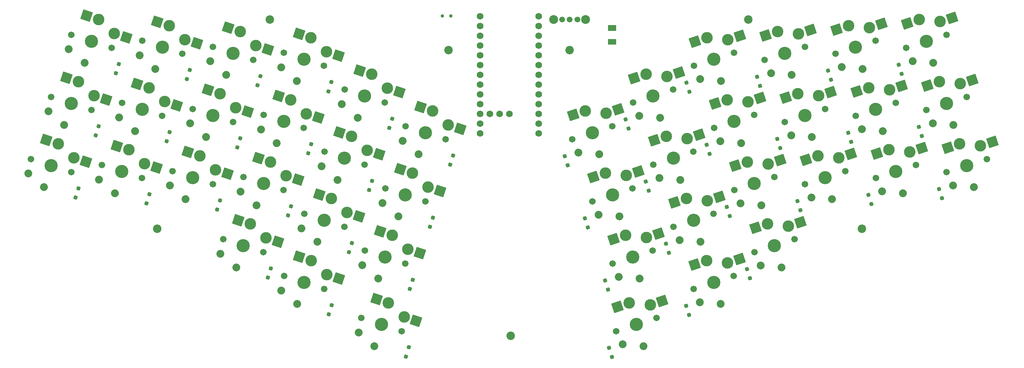
<source format=gbs>
G04 #@! TF.GenerationSoftware,KiCad,Pcbnew,8.0.4*
G04 #@! TF.CreationDate,2024-08-25T22:46:29+07:00*
G04 #@! TF.ProjectId,ozprey,6f7a7072-6579-42e6-9b69-6361645f7063,1.0*
G04 #@! TF.SameCoordinates,Original*
G04 #@! TF.FileFunction,Soldermask,Bot*
G04 #@! TF.FilePolarity,Negative*
%FSLAX46Y46*%
G04 Gerber Fmt 4.6, Leading zero omitted, Abs format (unit mm)*
G04 Created by KiCad (PCBNEW 8.0.4) date 2024-08-25 22:46:29*
%MOMM*%
%LPD*%
G01*
G04 APERTURE LIST*
G04 Aperture macros list*
%AMRoundRect*
0 Rectangle with rounded corners*
0 $1 Rounding radius*
0 $2 $3 $4 $5 $6 $7 $8 $9 X,Y pos of 4 corners*
0 Add a 4 corners polygon primitive as box body*
4,1,4,$2,$3,$4,$5,$6,$7,$8,$9,$2,$3,0*
0 Add four circle primitives for the rounded corners*
1,1,$1+$1,$2,$3*
1,1,$1+$1,$4,$5*
1,1,$1+$1,$6,$7*
1,1,$1+$1,$8,$9*
0 Add four rect primitives between the rounded corners*
20,1,$1+$1,$2,$3,$4,$5,0*
20,1,$1+$1,$4,$5,$6,$7,0*
20,1,$1+$1,$6,$7,$8,$9,0*
20,1,$1+$1,$8,$9,$2,$3,0*%
%AMRotRect*
0 Rectangle, with rotation*
0 The origin of the aperture is its center*
0 $1 length*
0 $2 width*
0 $3 Rotation angle, in degrees counterclockwise*
0 Add horizontal line*
21,1,$1,$2,0,0,$3*%
G04 Aperture macros list end*
%ADD10C,0.100000*%
%ADD11C,1.752600*%
%ADD12C,1.701800*%
%ADD13C,3.000000*%
%ADD14C,3.429000*%
%ADD15RotRect,2.600000X2.600000X18.000000*%
%ADD16C,2.032000*%
%ADD17RotRect,2.600000X2.600000X342.000000*%
%ADD18C,1.512000*%
%ADD19C,2.304000*%
%ADD20C,2.200000*%
%ADD21C,0.900000*%
%ADD22RoundRect,0.250000X0.160510X-0.315018X0.315018X0.160510X-0.160510X0.315018X-0.315018X-0.160510X0*%
%ADD23RoundRect,0.250000X0.315018X-0.160510X0.160510X0.315018X-0.315018X0.160510X-0.160510X-0.315018X0*%
G04 APERTURE END LIST*
D10*
G04 #@! TO.C,BATT1*
X176215469Y-58277832D02*
X174215469Y-58277832D01*
X174215469Y-56877832D01*
X176215469Y-56877832D01*
X176215469Y-58277832D01*
G36*
X176215469Y-58277832D02*
G01*
X174215469Y-58277832D01*
X174215469Y-56877832D01*
X176215469Y-56877832D01*
X176215469Y-58277832D01*
G37*
X176215469Y-61876390D02*
X174215469Y-61876390D01*
X174215469Y-60476390D01*
X176215469Y-60476390D01*
X176215469Y-61876390D01*
G36*
X176215469Y-61876390D02*
G01*
X174215469Y-61876390D01*
X174215469Y-60476390D01*
X176215469Y-60476390D01*
X176215469Y-61876390D01*
G37*
G04 #@! TD*
D11*
G04 #@! TO.C,U1*
X140881074Y-57129672D03*
X140881074Y-59669672D03*
X140881074Y-62209672D03*
X140881074Y-64749672D03*
X140881074Y-67289672D03*
X140881074Y-69829672D03*
X140881074Y-72369672D03*
X140881074Y-74909672D03*
X140881074Y-77449672D03*
X140881074Y-79989672D03*
X140881074Y-82529672D03*
X140881074Y-85069672D03*
X156121074Y-85069672D03*
X156121074Y-82529672D03*
X156121074Y-79989672D03*
X156121074Y-77449672D03*
X156121074Y-74909672D03*
X156121074Y-72369672D03*
X156121074Y-69829672D03*
X156121074Y-67289672D03*
X156121074Y-64749672D03*
X156121074Y-62209672D03*
X156121074Y-59669672D03*
X156121074Y-57129672D03*
X140881074Y-54589672D03*
X143421074Y-79989672D03*
X145961074Y-79989672D03*
X148501074Y-79989672D03*
X156121074Y-54589672D03*
G04 #@! TD*
D12*
G04 #@! TO.C,SW40*
X251759163Y-62779365D03*
D13*
X255151323Y-55420986D03*
D14*
X256989974Y-61079772D03*
D13*
X260586443Y-55968225D03*
D12*
X262220785Y-59380179D03*
D15*
X252036613Y-56433016D03*
D16*
X258813174Y-66691004D03*
X253408956Y-66238872D03*
D15*
X263701153Y-54956194D03*
G04 #@! TD*
D12*
G04 #@! TO.C,SW37*
X233342263Y-64347265D03*
D13*
X236734423Y-56988886D03*
D14*
X238573074Y-62647672D03*
D13*
X242169543Y-57536125D03*
D12*
X243803885Y-60948079D03*
D15*
X233619713Y-58000916D03*
D16*
X240396274Y-68258904D03*
X234992056Y-67806772D03*
D15*
X245284253Y-56524094D03*
G04 #@! TD*
D12*
G04 #@! TO.C,SW34*
X214925463Y-65915165D03*
D13*
X218317623Y-58556786D03*
D14*
X220156274Y-64215572D03*
D13*
X223752743Y-59104025D03*
D12*
X225387085Y-62515979D03*
D15*
X215202913Y-59568816D03*
D16*
X221979474Y-69826804D03*
X216575256Y-69374672D03*
D15*
X226867453Y-58091994D03*
G04 #@! TD*
D12*
G04 #@! TO.C,SW30*
X196508563Y-67483065D03*
D13*
X199900723Y-60124686D03*
D14*
X201739374Y-65783472D03*
D13*
X205335843Y-60671925D03*
D12*
X206970185Y-64083879D03*
D15*
X196786013Y-61136716D03*
D16*
X203562574Y-71394704D03*
X198158356Y-70942572D03*
D15*
X208450553Y-59659894D03*
G04 #@! TD*
D12*
G04 #@! TO.C,SW26*
X180687363Y-77039765D03*
D13*
X184079523Y-69681386D03*
D14*
X185918174Y-75340172D03*
D13*
X189514643Y-70228625D03*
D12*
X191148985Y-73640579D03*
D15*
X180964813Y-70693416D03*
D16*
X187741374Y-80951404D03*
X182337156Y-80499272D03*
D15*
X192629353Y-69216594D03*
G04 #@! TD*
D12*
G04 #@! TO.C,SW22*
X164866263Y-86596465D03*
D13*
X168258423Y-79238086D03*
D14*
X170097074Y-84896872D03*
D13*
X173693543Y-79785325D03*
D12*
X175327885Y-83197279D03*
D15*
X165143713Y-80250116D03*
D16*
X171920274Y-90508104D03*
X166516056Y-90055972D03*
D15*
X176808253Y-78773294D03*
G04 #@! TD*
D12*
G04 #@! TO.C,SW18*
X121492663Y-83197279D03*
D13*
X128562125Y-79238086D03*
D14*
X126723474Y-84896872D03*
D13*
X132637570Y-82875495D03*
D12*
X131954285Y-86596465D03*
D17*
X125447415Y-78226055D03*
D16*
X124900274Y-90508104D03*
X120793927Y-86965802D03*
D17*
X135752280Y-83887526D03*
G04 #@! TD*
D12*
G04 #@! TO.C,SW14*
X105671463Y-73640579D03*
D13*
X112740925Y-69681386D03*
D14*
X110902274Y-75340172D03*
D13*
X116816370Y-73318795D03*
D12*
X116133085Y-77039765D03*
D17*
X109626215Y-68669355D03*
D16*
X109079074Y-80951404D03*
X104972727Y-77409102D03*
D17*
X119931080Y-74330826D03*
G04 #@! TD*
D12*
G04 #@! TO.C,SW10*
X89850363Y-64083879D03*
D13*
X96919825Y-60124686D03*
D14*
X95081174Y-65783472D03*
D13*
X100995270Y-63762095D03*
D12*
X100311985Y-67483065D03*
D17*
X93805115Y-59112655D03*
D16*
X93257974Y-71394704D03*
X89151627Y-67852402D03*
D17*
X104109980Y-64774126D03*
G04 #@! TD*
D12*
G04 #@! TO.C,SW7*
X71433463Y-62515979D03*
D13*
X78502925Y-58556786D03*
D14*
X76664274Y-64215572D03*
D13*
X82578370Y-62194195D03*
D12*
X81895085Y-65915165D03*
D17*
X75388215Y-57544755D03*
D16*
X74841074Y-69826804D03*
X70734727Y-66284502D03*
D17*
X85693080Y-63206226D03*
G04 #@! TD*
D12*
G04 #@! TO.C,SW4*
X53016563Y-60948079D03*
D13*
X60086025Y-56988886D03*
D14*
X58247374Y-62647672D03*
D13*
X64161470Y-60626295D03*
D12*
X63478185Y-64347265D03*
D17*
X56971315Y-55976855D03*
D16*
X56424174Y-68258904D03*
X52317827Y-64716602D03*
D17*
X67276180Y-61638326D03*
G04 #@! TD*
D12*
G04 #@! TO.C,SW1*
X34599663Y-59380179D03*
D13*
X41669125Y-55420986D03*
D14*
X39830474Y-61079772D03*
D13*
X45744570Y-59058395D03*
D12*
X45061285Y-62779365D03*
D17*
X38554415Y-54408955D03*
D16*
X38007274Y-66691004D03*
X33900927Y-63148702D03*
D17*
X48859280Y-60070426D03*
G04 #@! TD*
D12*
G04 #@! TO.C,SW41*
X257012463Y-78947365D03*
D13*
X260404623Y-71588986D03*
D14*
X262243274Y-77247772D03*
D13*
X265839743Y-72136225D03*
D12*
X267474085Y-75548179D03*
D15*
X257289913Y-72601016D03*
D16*
X264066474Y-82859004D03*
X258662256Y-82406872D03*
D15*
X268954453Y-71124194D03*
G04 #@! TD*
D12*
G04 #@! TO.C,SW38*
X238595563Y-80515265D03*
D13*
X241987723Y-73156886D03*
D14*
X243826374Y-78815672D03*
D13*
X247422843Y-73704125D03*
D12*
X249057185Y-77116079D03*
D15*
X238873013Y-74168916D03*
D16*
X245649574Y-84426904D03*
X240245356Y-83974772D03*
D15*
X250537553Y-72692094D03*
G04 #@! TD*
D12*
G04 #@! TO.C,SW35*
X220178663Y-82083065D03*
D13*
X223570823Y-74724686D03*
D14*
X225409474Y-80383472D03*
D13*
X229005943Y-75271925D03*
D12*
X230640285Y-78683879D03*
D15*
X220456113Y-75736716D03*
D16*
X227232674Y-85994704D03*
X221828456Y-85542572D03*
D15*
X232120653Y-74259894D03*
G04 #@! TD*
D12*
G04 #@! TO.C,SW31*
X201761863Y-83650965D03*
D13*
X205154023Y-76292586D03*
D14*
X206992674Y-81951372D03*
D13*
X210589143Y-76839825D03*
D12*
X212223485Y-80251779D03*
D15*
X202039313Y-77304616D03*
D16*
X208815874Y-87562604D03*
X203411656Y-87110472D03*
D15*
X213703853Y-75827794D03*
G04 #@! TD*
D12*
G04 #@! TO.C,SW27*
X185940663Y-93207765D03*
D13*
X189332823Y-85849386D03*
D14*
X191171474Y-91508172D03*
D13*
X194767943Y-86396625D03*
D12*
X196402285Y-89808579D03*
D15*
X186218113Y-86861416D03*
D16*
X192994674Y-97119404D03*
X187590456Y-96667272D03*
D15*
X197882653Y-85384594D03*
G04 #@! TD*
D12*
G04 #@! TO.C,SW23*
X170119563Y-102764465D03*
D13*
X173511723Y-95406086D03*
D14*
X175350374Y-101064872D03*
D13*
X178946843Y-95953325D03*
D12*
X180581185Y-99365279D03*
D15*
X170397013Y-96418116D03*
D16*
X177173574Y-106676104D03*
X171769356Y-106223972D03*
D15*
X182061553Y-94941294D03*
G04 #@! TD*
D12*
G04 #@! TO.C,SW19*
X116239363Y-99365279D03*
D13*
X123308825Y-95406086D03*
D14*
X121470174Y-101064872D03*
D13*
X127384270Y-99043495D03*
D12*
X126700985Y-102764465D03*
D17*
X120194115Y-94394055D03*
D16*
X119646974Y-106676104D03*
X115540627Y-103133802D03*
D17*
X130498980Y-100055526D03*
G04 #@! TD*
D12*
G04 #@! TO.C,SW15*
X100418163Y-89808579D03*
D13*
X107487625Y-85849386D03*
D14*
X105648974Y-91508172D03*
D13*
X111563070Y-89486795D03*
D12*
X110879785Y-93207765D03*
D17*
X104372915Y-84837355D03*
D16*
X103825774Y-97119404D03*
X99719427Y-93577102D03*
D17*
X114677780Y-90498826D03*
G04 #@! TD*
D12*
G04 #@! TO.C,SW11*
X84597063Y-80251779D03*
D13*
X91666525Y-76292586D03*
D14*
X89827874Y-81951372D03*
D13*
X95741970Y-79929995D03*
D12*
X95058685Y-83650965D03*
D17*
X88551815Y-75280555D03*
D16*
X88004674Y-87562604D03*
X83898327Y-84020302D03*
D17*
X98856680Y-80942026D03*
G04 #@! TD*
D12*
G04 #@! TO.C,SW8*
X66180163Y-78683879D03*
D13*
X73249625Y-74724686D03*
D14*
X71410974Y-80383472D03*
D13*
X77325070Y-78362095D03*
D12*
X76641785Y-82083065D03*
D17*
X70134915Y-73712655D03*
D16*
X69587774Y-85994704D03*
X65481427Y-82452402D03*
D17*
X80439780Y-79374126D03*
G04 #@! TD*
D12*
G04 #@! TO.C,SW5*
X47763263Y-77116079D03*
D13*
X54832725Y-73156886D03*
D14*
X52994074Y-78815672D03*
D13*
X58908170Y-76794295D03*
D12*
X58224885Y-80515265D03*
D17*
X51718015Y-72144855D03*
D16*
X51170874Y-84426904D03*
X47064527Y-80884602D03*
D17*
X62022880Y-77806326D03*
G04 #@! TD*
D12*
G04 #@! TO.C,SW2*
X29346363Y-75548179D03*
D13*
X36415825Y-71588986D03*
D14*
X34577174Y-77247772D03*
D13*
X40491270Y-75226395D03*
D12*
X39807985Y-78947365D03*
D17*
X33301115Y-70576955D03*
D16*
X32753974Y-82859004D03*
X28647627Y-79316702D03*
D17*
X43605980Y-76238426D03*
G04 #@! TD*
D12*
G04 #@! TO.C,SW42*
X262265763Y-95115365D03*
D13*
X265657923Y-87756986D03*
D14*
X267496574Y-93415772D03*
D13*
X271093043Y-88304225D03*
D12*
X272727385Y-91716179D03*
D15*
X262543213Y-88769016D03*
D16*
X269319774Y-99027004D03*
X263915556Y-98574872D03*
D15*
X274207753Y-87292194D03*
G04 #@! TD*
D12*
G04 #@! TO.C,SW39*
X243848863Y-96683165D03*
D13*
X247241023Y-89324786D03*
D14*
X249079674Y-94983572D03*
D13*
X252676143Y-89872025D03*
D12*
X254310485Y-93283979D03*
D15*
X244126313Y-90336816D03*
D16*
X250902874Y-100594804D03*
X245498656Y-100142672D03*
D15*
X255790853Y-88859994D03*
G04 #@! TD*
D12*
G04 #@! TO.C,SW36*
X225431963Y-98251065D03*
D13*
X228824123Y-90892686D03*
D14*
X230662774Y-96551472D03*
D13*
X234259243Y-91439925D03*
D12*
X235893585Y-94851879D03*
D15*
X225709413Y-91904716D03*
D16*
X232485974Y-102162704D03*
X227081756Y-101710572D03*
D15*
X237373953Y-90427894D03*
G04 #@! TD*
D12*
G04 #@! TO.C,SW32*
X207015063Y-99818965D03*
D13*
X210407223Y-92460586D03*
D14*
X212245874Y-98119372D03*
D13*
X215842343Y-93007825D03*
D12*
X217476685Y-96419779D03*
D15*
X207292513Y-93472616D03*
D16*
X214069074Y-103730604D03*
X208664856Y-103278472D03*
D15*
X218957053Y-91995794D03*
G04 #@! TD*
D12*
G04 #@! TO.C,SW28*
X191193963Y-109375665D03*
D13*
X194586123Y-102017286D03*
D14*
X196424774Y-107676072D03*
D13*
X200021243Y-102564525D03*
D12*
X201655585Y-105976479D03*
D15*
X191471413Y-103029316D03*
D16*
X198247974Y-113287304D03*
X192843756Y-112835172D03*
D15*
X203135953Y-101552494D03*
G04 #@! TD*
D12*
G04 #@! TO.C,SW24*
X175372863Y-118932465D03*
D13*
X178765023Y-111574086D03*
D14*
X180603674Y-117232872D03*
D13*
X184200143Y-112121325D03*
D12*
X185834485Y-115533279D03*
D15*
X175650313Y-112586116D03*
D16*
X182426874Y-122844104D03*
X177022656Y-122391972D03*
D15*
X187314853Y-111109294D03*
G04 #@! TD*
D12*
G04 #@! TO.C,SW20*
X110986063Y-115533279D03*
D13*
X118055525Y-111574086D03*
D14*
X116216874Y-117232872D03*
D13*
X122130970Y-115211495D03*
D12*
X121447685Y-118932465D03*
D17*
X114940815Y-110562055D03*
D16*
X114393674Y-122844104D03*
X110287327Y-119301802D03*
D17*
X125245680Y-116223526D03*
G04 #@! TD*
D12*
G04 #@! TO.C,SW16*
X95164863Y-105976479D03*
D13*
X102234325Y-102017286D03*
D14*
X100395674Y-107676072D03*
D13*
X106309770Y-105654695D03*
D12*
X105626485Y-109375665D03*
D17*
X99119615Y-101005255D03*
D16*
X98572474Y-113287304D03*
X94466127Y-109745002D03*
D17*
X109424480Y-106666726D03*
G04 #@! TD*
D12*
G04 #@! TO.C,SW12*
X79343763Y-96419779D03*
D13*
X86413225Y-92460586D03*
D14*
X84574574Y-98119372D03*
D13*
X90488670Y-96097995D03*
D12*
X89805385Y-99818965D03*
D17*
X83298515Y-91448555D03*
D16*
X82751374Y-103730604D03*
X78645027Y-100188302D03*
D17*
X93603380Y-97110026D03*
G04 #@! TD*
D12*
G04 #@! TO.C,SW9*
X60926863Y-94851879D03*
D13*
X67996325Y-90892686D03*
D14*
X66157674Y-96551472D03*
D13*
X72071770Y-94530095D03*
D12*
X71388485Y-98251065D03*
D17*
X64881615Y-89880655D03*
D16*
X64334474Y-102162704D03*
X60228127Y-98620402D03*
D17*
X75186480Y-95542126D03*
G04 #@! TD*
D12*
G04 #@! TO.C,SW6*
X42509963Y-93283979D03*
D13*
X49579425Y-89324786D03*
D14*
X47740774Y-94983572D03*
D13*
X53654870Y-92962195D03*
D12*
X52971585Y-96683165D03*
D17*
X46464715Y-88312755D03*
D16*
X45917574Y-100594804D03*
X41811227Y-97052502D03*
D17*
X56769580Y-93974226D03*
G04 #@! TD*
D12*
G04 #@! TO.C,SW3*
X24093063Y-91716179D03*
D13*
X31162525Y-87756986D03*
D14*
X29323874Y-93415772D03*
D13*
X35237970Y-91394395D03*
D12*
X34554685Y-95115365D03*
D17*
X28047815Y-86744955D03*
D16*
X27500674Y-99027004D03*
X23394327Y-95484702D03*
D17*
X38352680Y-92406426D03*
G04 #@! TD*
D12*
G04 #@! TO.C,SW33*
X212268363Y-115986865D03*
D13*
X215660523Y-108628486D03*
D14*
X217499174Y-114287272D03*
D13*
X221095643Y-109175725D03*
D12*
X222729985Y-112587679D03*
D15*
X212545813Y-109640516D03*
D16*
X219322374Y-119898504D03*
X213918156Y-119446372D03*
D15*
X224210353Y-108163694D03*
G04 #@! TD*
D12*
G04 #@! TO.C,SW29*
X196447263Y-125543665D03*
D13*
X199839423Y-118185286D03*
D14*
X201678074Y-123844072D03*
D13*
X205274543Y-118732525D03*
D12*
X206908885Y-122144479D03*
D15*
X196724713Y-119197316D03*
D16*
X203501274Y-129455304D03*
X198097056Y-129003172D03*
D15*
X208389253Y-117720494D03*
G04 #@! TD*
D12*
G04 #@! TO.C,SW21*
X110012563Y-133091779D03*
D13*
X117082025Y-129132586D03*
D14*
X115243374Y-134791372D03*
D13*
X121157470Y-132769995D03*
D12*
X120474185Y-136490965D03*
D17*
X113967315Y-128120555D03*
D16*
X113420174Y-140402604D03*
X109313827Y-136860302D03*
D17*
X124272180Y-133782026D03*
G04 #@! TD*
D12*
G04 #@! TO.C,SW17*
X89911663Y-122144479D03*
D13*
X96981125Y-118185286D03*
D14*
X95142474Y-123844072D03*
D13*
X101056570Y-121822695D03*
D12*
X100373285Y-125543665D03*
D17*
X93866415Y-117173255D03*
D16*
X93319274Y-129455304D03*
X89212927Y-125913002D03*
D17*
X104171280Y-122834726D03*
G04 #@! TD*
D12*
G04 #@! TO.C,SW25*
X176346363Y-136490965D03*
D13*
X179738523Y-129132586D03*
D14*
X181577174Y-134791372D03*
D13*
X185173643Y-129679825D03*
D12*
X186807985Y-133091779D03*
D15*
X176623813Y-130144616D03*
D16*
X183400374Y-140402604D03*
X177996156Y-139950472D03*
D15*
X188288353Y-128667794D03*
G04 #@! TD*
D12*
G04 #@! TO.C,SW13*
X74090463Y-112587679D03*
D13*
X81159925Y-108628486D03*
D14*
X79321274Y-114287272D03*
D13*
X85235370Y-112265895D03*
D12*
X84552085Y-115986865D03*
D17*
X78045215Y-107616455D03*
D16*
X77498074Y-119898504D03*
X73391727Y-116356202D03*
D17*
X88350080Y-113277926D03*
G04 #@! TD*
D18*
G04 #@! TO.C,SW43*
X166215469Y-55377832D03*
X162215469Y-55377832D03*
X164215469Y-55377832D03*
D19*
X168365469Y-55377832D03*
X160065469Y-55377832D03*
G04 #@! TD*
D20*
G04 #@! TO.C,H_M2_7*
X148894174Y-137724072D03*
G04 #@! TD*
G04 #@! TO.C,H_M2_4*
X164215469Y-63377832D03*
G04 #@! TD*
G04 #@! TO.C,H_M2_3*
X132715469Y-63377832D03*
G04 #@! TD*
G04 #@! TO.C,H_M2_5*
X210715469Y-55377832D03*
G04 #@! TD*
G04 #@! TO.C,H_M2_1*
X86215469Y-55377832D03*
G04 #@! TD*
D21*
G04 #@! TO.C,SW_RST1*
X133312848Y-54517753D03*
X131112848Y-54517753D03*
G04 #@! TD*
D20*
G04 #@! TO.C,H_M2_2*
X56894174Y-109877832D03*
G04 #@! TD*
G04 #@! TO.C,H_M2_6*
X240215469Y-109877832D03*
G04 #@! TD*
D22*
G04 #@! TO.C,D11*
X96201903Y-90256293D03*
X96974445Y-87878651D03*
G04 #@! TD*
D23*
G04 #@! TO.C,D39*
X242684945Y-103441893D03*
X241912403Y-101064251D03*
G04 #@! TD*
D22*
G04 #@! TO.C,D12*
X90948603Y-106424193D03*
X91721145Y-104046551D03*
G04 #@! TD*
G04 #@! TO.C,D10*
X101455103Y-74088293D03*
X102227645Y-71710651D03*
G04 #@! TD*
D23*
G04 #@! TO.C,D26*
X179523445Y-83798493D03*
X178750903Y-81420851D03*
G04 #@! TD*
G04 #@! TO.C,D24*
X174208845Y-125691093D03*
X173436303Y-123313451D03*
G04 #@! TD*
D22*
G04 #@! TO.C,D4*
X64621403Y-70952593D03*
X65393945Y-68574951D03*
G04 #@! TD*
D23*
G04 #@! TO.C,D25*
X175182345Y-143249593D03*
X174409803Y-140871951D03*
G04 #@! TD*
D22*
G04 #@! TO.C,D16*
X106769703Y-115980993D03*
X107542245Y-113603351D03*
G04 #@! TD*
G04 #@! TO.C,D17*
X101516403Y-132148893D03*
X102288945Y-129771251D03*
G04 #@! TD*
G04 #@! TO.C,D14*
X117276303Y-83644993D03*
X118048845Y-81267351D03*
G04 #@! TD*
D23*
G04 #@! TO.C,D32*
X205851145Y-106577593D03*
X205078603Y-104199951D03*
G04 #@! TD*
G04 #@! TO.C,D27*
X184776745Y-99966393D03*
X184004203Y-97588751D03*
G04 #@! TD*
G04 #@! TO.C,D38*
X237431645Y-87273893D03*
X236659103Y-84896251D03*
G04 #@! TD*
D22*
G04 #@! TO.C,D20*
X122590903Y-125537693D03*
X123363445Y-123160051D03*
G04 #@! TD*
G04 #@! TO.C,D21*
X121617303Y-143096193D03*
X122389845Y-140718551D03*
G04 #@! TD*
G04 #@! TO.C,D3*
X35697903Y-101720593D03*
X36470445Y-99342951D03*
G04 #@! TD*
D23*
G04 #@! TO.C,D37*
X232178345Y-71105993D03*
X231405803Y-68728351D03*
G04 #@! TD*
G04 #@! TO.C,D30*
X195344545Y-74241693D03*
X194572003Y-71864051D03*
G04 #@! TD*
D22*
G04 #@! TO.C,D9*
X72531703Y-104856393D03*
X73304245Y-102478751D03*
G04 #@! TD*
G04 #@! TO.C,D18*
X133097403Y-93201793D03*
X133869945Y-90824151D03*
G04 #@! TD*
G04 #@! TO.C,D2*
X40951203Y-85552693D03*
X41723745Y-83175051D03*
G04 #@! TD*
D23*
G04 #@! TO.C,D34*
X213761445Y-72673793D03*
X212988903Y-70296151D03*
G04 #@! TD*
G04 #@! TO.C,D42*
X261101845Y-101873993D03*
X260329303Y-99496351D03*
G04 #@! TD*
G04 #@! TO.C,D31*
X200597845Y-90409693D03*
X199825303Y-88032051D03*
G04 #@! TD*
D22*
G04 #@! TO.C,D13*
X85695303Y-122592193D03*
X86467845Y-120214551D03*
G04 #@! TD*
D23*
G04 #@! TO.C,D40*
X250595245Y-69538093D03*
X249822703Y-67160451D03*
G04 #@! TD*
G04 #@! TO.C,D41*
X255848545Y-85706093D03*
X255076003Y-83328451D03*
G04 #@! TD*
D22*
G04 #@! TO.C,D6*
X54114803Y-103288493D03*
X54887345Y-100910851D03*
G04 #@! TD*
D23*
G04 #@! TO.C,D29*
X195283245Y-132302293D03*
X194510703Y-129924651D03*
G04 #@! TD*
G04 #@! TO.C,D22*
X163702245Y-93355193D03*
X162929703Y-90977551D03*
G04 #@! TD*
G04 #@! TO.C,D33*
X211104445Y-122745593D03*
X210331903Y-120367951D03*
G04 #@! TD*
D22*
G04 #@! TO.C,D15*
X112023003Y-99812993D03*
X112795545Y-97435351D03*
G04 #@! TD*
D23*
G04 #@! TO.C,D28*
X190029945Y-116134393D03*
X189257403Y-113756751D03*
G04 #@! TD*
G04 #@! TO.C,D36*
X224268045Y-105009793D03*
X223495503Y-102632151D03*
G04 #@! TD*
G04 #@! TO.C,D23*
X168955545Y-109523193D03*
X168183003Y-107145551D03*
G04 #@! TD*
D22*
G04 #@! TO.C,D1*
X46204003Y-69384593D03*
X46976545Y-67006951D03*
G04 #@! TD*
D23*
G04 #@! TO.C,D35*
X219014745Y-88841793D03*
X218242203Y-86464151D03*
G04 #@! TD*
D22*
G04 #@! TO.C,D5*
X59367103Y-87120193D03*
X60139645Y-84742551D03*
G04 #@! TD*
G04 #@! TO.C,D7*
X83038303Y-72520393D03*
X83810845Y-70142751D03*
G04 #@! TD*
G04 #@! TO.C,D19*
X127844103Y-109369793D03*
X128616645Y-106992151D03*
G04 #@! TD*
G04 #@! TO.C,D8*
X77785003Y-88688393D03*
X78557545Y-86310751D03*
G04 #@! TD*
M02*

</source>
